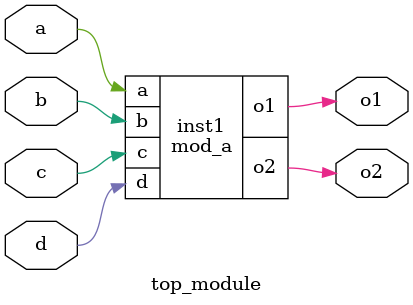
<source format=sv>
module mod_a(
    output o1,
    output o2,
    input a,
    input b,
    input c,
    input d
  );

  assign o1 = a | b;
  assign o2 = c & d;

endmodule

module top_module(
    input a,
    input b,
    input c,
    input d,
    output o1,
    output o2
  );

  mod_a inst1 (o1,o2,a,b,c,d);

`ifdef COCOTB_SIM

  initial
  begin
    $dumpfile ("top_module.vcd");
    $dumpvars (0, top_module);
    #1;
  end
`endif
endmodule

</source>
